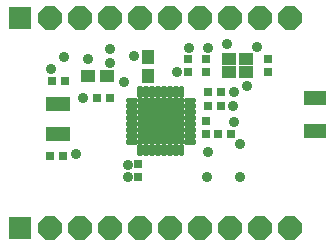
<source format=gbr>
G04 EAGLE Gerber RS-274X export*
G75*
%MOMM*%
%FSLAX34Y34*%
%LPD*%
%INSoldermask Top*%
%IPPOS*%
%AMOC8*
5,1,8,0,0,1.08239X$1,22.5*%
G01*
%ADD10R,1.153200X1.053200*%
%ADD11R,0.803200X0.803200*%
%ADD12R,1.253200X1.103200*%
%ADD13R,1.103200X1.253200*%
%ADD14R,2.003200X1.203200*%
%ADD15C,0.352238*%
%ADD16R,3.853200X3.853200*%
%ADD17C,1.011200*%
%ADD18R,1.903200X1.203200*%
%ADD19P,2.144431X8X112.500000*%
%ADD20R,1.981200X1.981200*%
%ADD21C,0.909600*%


D10*
X211543Y164070D03*
X197043Y164070D03*
X197043Y152570D03*
X211543Y152570D03*
D11*
X187793Y100570D03*
X198793Y100570D03*
X177293Y152820D03*
X177293Y163820D03*
X230293Y163820D03*
X230293Y152820D03*
X177293Y100570D03*
X177293Y111570D03*
X95793Y131070D03*
X84793Y131070D03*
X120043Y74570D03*
X120043Y63570D03*
X162293Y152820D03*
X162293Y163820D03*
X179043Y124070D03*
X190043Y124070D03*
X179043Y135320D03*
X190043Y135320D03*
D12*
X93293Y149070D03*
X77293Y149070D03*
D13*
X128293Y149070D03*
X128293Y165070D03*
D14*
X52293Y125570D03*
X52293Y100570D03*
D11*
X46793Y145070D03*
X57793Y145070D03*
X56207Y81930D03*
X45207Y81930D03*
D15*
X111288Y127815D02*
X111288Y129325D01*
X118298Y129325D01*
X118298Y127815D01*
X111288Y127815D01*
X118298Y124325D02*
X118298Y122815D01*
X111288Y122815D01*
X111288Y124325D01*
X118298Y124325D01*
X118298Y119325D02*
X118298Y117815D01*
X111288Y117815D01*
X111288Y119325D01*
X118298Y119325D01*
X118298Y114325D02*
X118298Y112815D01*
X111288Y112815D01*
X111288Y114325D01*
X118298Y114325D01*
X118298Y109325D02*
X118298Y107815D01*
X111288Y107815D01*
X111288Y109325D01*
X118298Y109325D01*
X118298Y104325D02*
X118298Y102815D01*
X111288Y102815D01*
X111288Y104325D01*
X118298Y104325D01*
X118298Y99325D02*
X118298Y97815D01*
X111288Y97815D01*
X111288Y99325D01*
X118298Y99325D01*
X118298Y94325D02*
X118298Y92815D01*
X111288Y92815D01*
X111288Y94325D01*
X118298Y94325D01*
X121038Y90075D02*
X122548Y90075D01*
X122548Y83065D01*
X121038Y83065D01*
X121038Y90075D01*
X121038Y86411D02*
X122548Y86411D01*
X122548Y89757D02*
X121038Y89757D01*
X126038Y90075D02*
X127548Y90075D01*
X127548Y83065D01*
X126038Y83065D01*
X126038Y90075D01*
X126038Y86411D02*
X127548Y86411D01*
X127548Y89757D02*
X126038Y89757D01*
X131038Y90075D02*
X132548Y90075D01*
X132548Y83065D01*
X131038Y83065D01*
X131038Y90075D01*
X131038Y86411D02*
X132548Y86411D01*
X132548Y89757D02*
X131038Y89757D01*
X136038Y90075D02*
X137548Y90075D01*
X137548Y83065D01*
X136038Y83065D01*
X136038Y90075D01*
X136038Y86411D02*
X137548Y86411D01*
X137548Y89757D02*
X136038Y89757D01*
X141038Y90075D02*
X142548Y90075D01*
X142548Y83065D01*
X141038Y83065D01*
X141038Y90075D01*
X141038Y86411D02*
X142548Y86411D01*
X142548Y89757D02*
X141038Y89757D01*
X146038Y90075D02*
X147548Y90075D01*
X147548Y83065D01*
X146038Y83065D01*
X146038Y90075D01*
X146038Y86411D02*
X147548Y86411D01*
X147548Y89757D02*
X146038Y89757D01*
X151038Y90075D02*
X152548Y90075D01*
X152548Y83065D01*
X151038Y83065D01*
X151038Y90075D01*
X151038Y86411D02*
X152548Y86411D01*
X152548Y89757D02*
X151038Y89757D01*
X156038Y90075D02*
X157548Y90075D01*
X157548Y83065D01*
X156038Y83065D01*
X156038Y90075D01*
X156038Y86411D02*
X157548Y86411D01*
X157548Y89757D02*
X156038Y89757D01*
X160288Y92815D02*
X160288Y94325D01*
X167298Y94325D01*
X167298Y92815D01*
X160288Y92815D01*
X160288Y97815D02*
X160288Y99325D01*
X167298Y99325D01*
X167298Y97815D01*
X160288Y97815D01*
X160288Y102815D02*
X160288Y104325D01*
X167298Y104325D01*
X167298Y102815D01*
X160288Y102815D01*
X160288Y107815D02*
X160288Y109325D01*
X167298Y109325D01*
X167298Y107815D01*
X160288Y107815D01*
X160288Y112815D02*
X160288Y114325D01*
X167298Y114325D01*
X167298Y112815D01*
X160288Y112815D01*
X160288Y117815D02*
X160288Y119325D01*
X167298Y119325D01*
X167298Y117815D01*
X160288Y117815D01*
X160288Y122815D02*
X160288Y124325D01*
X167298Y124325D01*
X167298Y122815D01*
X160288Y122815D01*
X160288Y127815D02*
X160288Y129325D01*
X167298Y129325D01*
X167298Y127815D01*
X160288Y127815D01*
X157548Y132065D02*
X156038Y132065D01*
X156038Y139075D01*
X157548Y139075D01*
X157548Y132065D01*
X157548Y135411D02*
X156038Y135411D01*
X156038Y138757D02*
X157548Y138757D01*
X152548Y132065D02*
X151038Y132065D01*
X151038Y139075D01*
X152548Y139075D01*
X152548Y132065D01*
X152548Y135411D02*
X151038Y135411D01*
X151038Y138757D02*
X152548Y138757D01*
X147548Y132065D02*
X146038Y132065D01*
X146038Y139075D01*
X147548Y139075D01*
X147548Y132065D01*
X147548Y135411D02*
X146038Y135411D01*
X146038Y138757D02*
X147548Y138757D01*
X142548Y132065D02*
X141038Y132065D01*
X141038Y139075D01*
X142548Y139075D01*
X142548Y132065D01*
X142548Y135411D02*
X141038Y135411D01*
X141038Y138757D02*
X142548Y138757D01*
X137548Y132065D02*
X136038Y132065D01*
X136038Y139075D01*
X137548Y139075D01*
X137548Y132065D01*
X137548Y135411D02*
X136038Y135411D01*
X136038Y138757D02*
X137548Y138757D01*
X132548Y132065D02*
X131038Y132065D01*
X131038Y139075D01*
X132548Y139075D01*
X132548Y132065D01*
X132548Y135411D02*
X131038Y135411D01*
X131038Y138757D02*
X132548Y138757D01*
X127548Y132065D02*
X126038Y132065D01*
X126038Y139075D01*
X127548Y139075D01*
X127548Y132065D01*
X127548Y135411D02*
X126038Y135411D01*
X126038Y138757D02*
X127548Y138757D01*
X122548Y132065D02*
X121038Y132065D01*
X121038Y139075D01*
X122548Y139075D01*
X122548Y132065D01*
X122548Y135411D02*
X121038Y135411D01*
X121038Y138757D02*
X122548Y138757D01*
D16*
X139293Y111070D03*
D17*
X129293Y121070D03*
X139293Y121070D03*
X149293Y121070D03*
X129293Y111070D03*
X139293Y111070D03*
X149293Y111070D03*
X129293Y101070D03*
X139293Y101070D03*
X149293Y101070D03*
D18*
X269427Y130439D03*
X269427Y102439D03*
D19*
X45100Y198000D03*
D20*
X19700Y198000D03*
D19*
X70500Y198000D03*
X95900Y198000D03*
X121300Y198000D03*
X146700Y198000D03*
X172100Y198000D03*
X197500Y198000D03*
X222900Y198000D03*
X248300Y198000D03*
X45170Y20210D03*
D20*
X19770Y20210D03*
D19*
X70570Y20210D03*
X95970Y20210D03*
X121370Y20210D03*
X146770Y20210D03*
X172170Y20210D03*
X197570Y20210D03*
X222970Y20210D03*
X248370Y20210D03*
D21*
X67293Y83070D03*
X46293Y155070D03*
X73293Y131070D03*
X163293Y173320D03*
X201293Y135320D03*
X200293Y124070D03*
X77293Y164070D03*
X211793Y140570D03*
X195293Y176320D03*
X179293Y173320D03*
X57293Y165070D03*
X111293Y64070D03*
X206293Y92070D03*
X201293Y110070D03*
X116293Y166070D03*
X96293Y172070D03*
X220293Y174070D03*
X179293Y85070D03*
X206293Y64070D03*
X178293Y64070D03*
X108293Y144070D03*
X111293Y74070D03*
X96293Y160070D03*
X152543Y152820D03*
M02*

</source>
